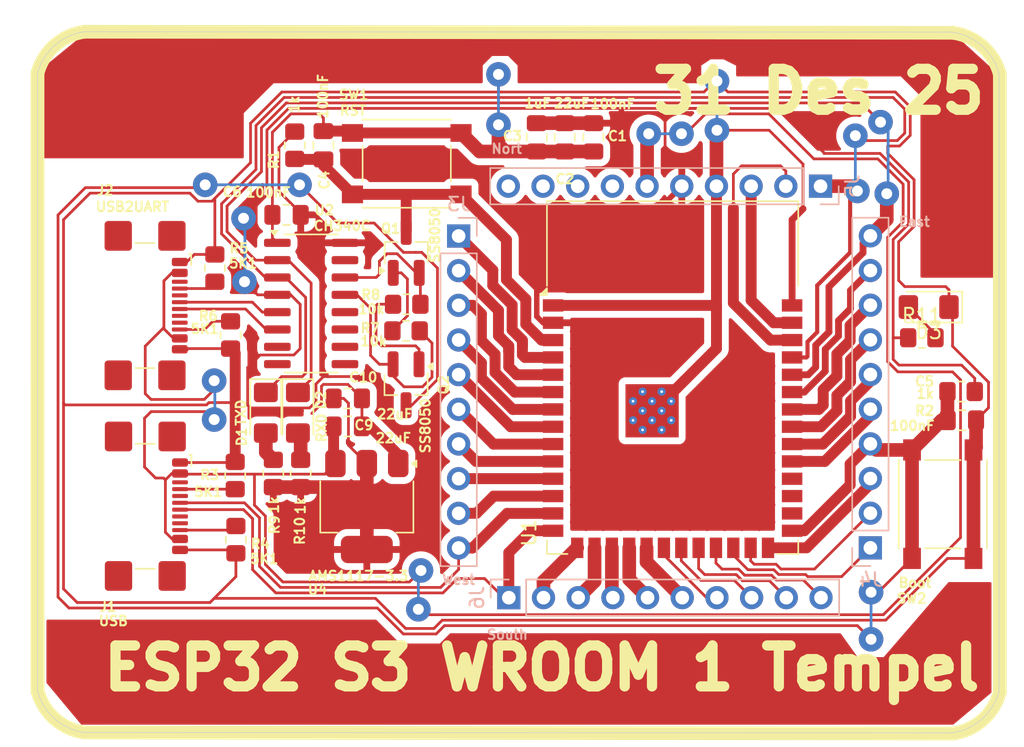
<source format=kicad_pcb>
(kicad_pcb (version 20241229) (generator "pcbnew") (generator_version "9.0")
  (layers (0 "F.Cu" signal) (2 "B.Cu" signal) (13 "F.Paste" user) (15 "B.Paste" user) (5 "F.SilkS" user "F.Silkscreen") (7 "B.SilkS" user "B.Silkscreen") (1 "F.Mask" user) (3 "B.Mask" user) (25 "Edge.Cuts" user))
  (net 0 "")
  (net 1 "+3.3V")
  (net 2 "GND")
  (net 3 "/EN")
  (net 4 "/IO0")
  (net 5 "+5V")
  (net 6 "Net-(D1-A)")
  (net 7 "/TXD0")
  (net 8 "Net-(D2-A)")
  (net 9 "/RXD0")
  (net 10 "/USB_D+")
  (net 12 "Net-(J1-CC2)")
  (net 13 "/USB_D-")
  (net 14 "Net-(J1-CC1)")
  (net 18 "Net-(J2-CC2)")
  (net 21 "Net-(U2-UD-)")
  (net 23 "Net-(U2-UD+)")
  (net 25 "Net-(J2-CC1)")
  (net 26 "/RTS")
  (net 27 "Net-(Q1-B)")
  (net 28 "Net-(Q2-B)")
  (net 29 "/DTR")
  (net 32 "/IO5")
  (net 34 "/IO8")
  (net 46 "/IO6")
  (net 47 "/IO48")
  (net 48 "/IO17")
  (net 49 "/IO7")
  (net 50 "/IO14")
  (net 51 "/IO2")
  (net 52 "/IO1")
  (net 53 "/IO21")
  (net 54 "/IO9")
  (net 55 "/IO16")
  (net 56 "/IO42")
  (net 57 "/IO4")
  (net 58 "/IO46")
  (net 59 "/IO10")
  (net 60 "/IO47")
  (net 61 "/IO11")
  (net 62 "/IO39")
  (net 63 "/IO12")
  (net 64 "/IO41")
  (net 65 "/IO15")
  (net 66 "/IO38")
  (net 67 "/IO45")
  (net 68 "/IO18")
  (net 69 "/IO40")
  (net 70 "/IO13")
  (net 71 "/IO3")
  (net 72 "Net-(D3-A)")
  (footprint "Button_Switch_SMD:SW_Push_1P1T_NO_6x6mm_H9.5mm" (layer "F.Cu") (at 149.0325 90.7425)
    (property "Reference" "SW1")
    (property "Value" "RST")
  )
  (footprint "Resistor_SMD:R_0805_2012Metric_Pad1.20x1.40mm_HandSolder" (layer "F.Cu") (at 148.9825 102.9925)
    (property "Reference" "R7")
    (property "Value" "10k")
  )
  (footprint "Capacitor_SMD:C_0805_2012Metric_Pad1.18x1.45mm_HandSolder" (layer "F.Cu") (at 160.6 88.8125 -90)
    (property "Reference" "C2")
    (property "Value" "22uF")
  )
  (footprint "LED_SMD:LED_1206_3216Metric_Pad1.42x1.75mm_HandSolder" (layer "F.Cu") (at 141.06492 108.9925 -90)
    (property "Reference" "D2")
    (property "Value" "RXD")
  )
  (footprint "Package_TO_SOT_SMD:SOT-23_Handsoldering" (layer "F.Cu") (at 148.995 97.2425 90)
    (property "Reference" "Q1")
    (property "Value" "SS8050")
  )
  (footprint "Package_SO:SOIC-16_3.9x9.9mm_P1.27mm" (layer "F.Cu") (at 142.0325 100.9875)
    (property "Reference" "U2")
    (property "Value" "CH340C")
  )
  (footprint "Button_Switch_SMD:SW_Push_1P1T_NO_6x6mm_H9.5mm" (layer "F.Cu") (at 188.2825 115.6925 -90)
    (property "Reference" "SW2")
    (property "Value" "Boot")
  )
  (footprint "Capacitor_SMD:C_0805_2012Metric_Pad1.18x1.45mm_HandSolder" (layer "F.Cu") (at 144.71492 107.942499)
    (property "Reference" "C10")
    (property "Value" "22uF")
  )
  (footprint "Capacitor_SMD:C_0805_2012Metric_Pad1.18x1.45mm_HandSolder" (layer "F.Cu") (at 158.55 88.8125 -90)
    (property "Reference" "C3")
    (property "Value" "1uF")
  )
  (footprint "LED_SMD:LED_1206_3216Metric_Pad1.42x1.75mm_HandSolder" (layer "F.Cu") (at 138.714919 108.992498 -90)
    (property "Reference" "D1")
    (property "Value" "TXD")
  )
  (footprint "RF_Module:ESP32-S3-WROOM-1" (layer "F.Cu") (at 168.5 106.39)
    (property "Reference" "U1")
    (property "Value" "ESP32-S3-WROOM-1")
  )
  (footprint "Resistor_SMD:R_0805_2012Metric_Pad1.20x1.40mm_HandSolder" (layer "F.Cu") (at 189.625 107.442499 180)
    (property "Reference" "R2")
    (property "Value" "1k")
  )
  (footprint "Package_TO_SOT_SMD:SOT-23_Handsoldering" (layer "F.Cu") (at 148.9825 106.9425 -90)
    (property "Reference" "Q2")
    (property "Value" "SS8050")
  )
  (footprint "Package_TO_SOT_SMD:SOT-223-3_TabPin2" (layer "F.Cu") (at 146.109927 115.865073 -90)
    (property "Reference" "U4")
    (property "Value" "AMS1117-3.3")
  )
  (footprint "Connector_USB:USB_C_Receptacle_GCT_USB4110" (layer "F.Cu") (at 128.7325 101.1425 -90)
    (property "Reference" "J2")
    (property "Value" "USB2UART")
  )
  (footprint "Resistor_SMD:R_0805_2012Metric_Pad1.20x1.40mm_HandSolder" (layer "F.Cu") (at 136.522498 118.292501 90)
    (property "Reference" "R4")
    (property "Value" "5K1")
  )
  (footprint "Capacitor_SMD:C_0805_2012Metric_Pad1.18x1.45mm_HandSolder" (layer "F.Cu") (at 140.2325 94.4925 180)
    (property "Reference" "C6")
    (property "Value" "100nF")
  )
  (footprint "Connector_USB:USB_C_Receptacle_GCT_USB4110" (layer "F.Cu") (at 128.752502 115.842499 -90)
    (property "Reference" "J1")
    (property "Value" "USB")
  )
  (footprint "Resistor_SMD:R_0805_2012Metric_Pad1.20x1.40mm_HandSolder" (layer "F.Cu") (at 136.1325 103.2925 90)
    (property "Reference" "R6")
    (property "Value" "5K1")
  )
  (footprint "Resistor_SMD:R_0805_2012Metric_Pad1.20x1.40mm_HandSolder" (layer "F.Cu") (at 136.4725 113.592501 -90)
    (property "Reference" "R3")
    (property "Value" "5K1")
  )
  (footprint "Capacitor_SMD:C_0805_2012Metric_Pad1.18x1.45mm_HandSolder" (layer "F.Cu") (at 144.71492 109.992499)
    (property "Reference" "C9")
    (property "Value" "22uF")
  )
  (footprint "Capacitor_SMD:C_0805_2012Metric_Pad1.18x1.45mm_HandSolder" (layer "F.Cu") (at 189.6825 109.542497)
    (property "Reference" "C5")
    (property "Value" "100nF")
  )
  (footprint "Resistor_SMD:R_0805_2012Metric_Pad1.20x1.40mm_HandSolder" (layer "F.Cu") (at 149.0325 101.0425)
    (property "Reference" "R8")
    (property "Value" "10k")
  )
  (footprint "Capacitor_SMD:C_0805_2012Metric_Pad1.18x1.45mm_HandSolder" (layer "F.Cu") (at 142.9325 89.3925 90)
    (property "Reference" "C4")
    (property "Value" "100nF")
  )
  (footprint "LED_SMD:LED_1206_3216Metric_Pad1.42x1.75mm_HandSolder" (layer "F.Cu") (at 187.25 101.25 180)
    (property "Reference" "D3")
    (property "Value" "TXD")
  )
  (footprint "Resistor_SMD:R_0805_2012Metric_Pad1.20x1.40mm_HandSolder" (layer "F.Cu") (at 141.26492 113.442499 90)
    (property "Reference" "R10")
    (property "Value" "1k")
  )
  (footprint "Resistor_SMD:R_0805_2012Metric_Pad1.20x1.40mm_HandSolder" (layer "F.Cu") (at 134.9825 98.392499 -90)
    (property "Reference" "R5")
    (property "Value" "5K1")
  )
  (footprint "Resistor_SMD:R_0805_2012Metric_Pad1.20x1.40mm_HandSolder" (layer "F.Cu") (at 139.264922 113.442498 90)
    (property "Reference" "R9")
    (property "Value" "1k")
  )
  (footprint "Resistor_SMD:R_0805_2012Metric_Pad1.20x1.40mm_HandSolder" (layer "F.Cu") (at 140.8325 89.3925 -90)
    (property "Reference" "R1")
    (property "Value" "1k")
  )
  (footprint "Capacitor_SMD:C_0805_2012Metric_Pad1.18x1.45mm_HandSolder" (layer "F.Cu") (at 162.7 88.8125 -90)
    (property "Reference" "C1")
    (property "Value" "100nF")
  )
  (footprint "Resistor_SMD:R_0805_2012Metric_Pad1.20x1.40mm_HandSolder" (layer "F.Cu") (at 186.75 103.5)
    (property "Reference" "R11")
    (property "Value" "1k")
  )
  (footprint "Connector_PinHeader_2.54mm:PinHeader_1x10_P2.54mm_Vertical" (layer "B.Cu") (at 156.5075 122.5425 -90)
    (property "Reference" "J6")
    (property "Value" "South")
  )
  (footprint "Connector_PinHeader_2.54mm:PinHeader_1x10_P2.54mm_Vertical" (layer "B.Cu") (at 179.3325 92.3925 90)
    (property "Reference" "J5")
    (property "Value" "Nort")
  )
  (footprint "Connector_PinHeader_2.54mm:PinHeader_1x10_P2.54mm_Vertical" (layer "B.Cu") (at 182.9825 118.8925)
    (property "Reference" "J4")
    (property "Value" "East")
  )
  (footprint "Connector_PinHeader_2.54mm:PinHeader_1x10_P2.54mm_Vertical" (layer "B.Cu") (at 152.8325 96.0425 180)
    (property "Reference" "J3")
    (property "Value" "West")
  )
  (gr_arc (start 125.450241 132.424399) (mid 123.261639 131.42454) (end 122.000081 129.375598) (stroke (width 0.4)) (layer "F.Cu"))
  (gr_poly (pts (xy 122.75 124.25) (xy 122.75 128.75) (xy 125.25 131.75) (xy 189.011399 131.75) (xy 191.75 129.451058) (xy 191.75 121.5) (xy 188.75 121.5) (xy 184 127) (xy 182 127) (xy 180.75 125.25) (xy 152.25 125.25) (xy 151.5 126) (xy 148.5 126) (xy 146.75 124.25)) (stroke (width 0.2)) (fill yes) (layer "F.Cu"))
  (gr_arc (start 192.461559 129.451058) (mid 191.2 131.5) (end 189.011399 132.499859) (stroke (width 0.4)) (layer "F.Cu"))
  (gr_poly (pts (xy 122.5 83.75) (xy 125.25 81.5) (xy 189.25 81.5) (xy 192 84) (xy 192 99) (xy 188.75 99) (xy 186.75 99) (xy 186.75 85.75) (xy 185.25 84.25) (xy 173.25 84.25) (xy 173.25 83.5) (xy 172.25 83) (xy 171.25 83) (xy 170.5 83.5) (xy 170.5 84.75) (xy 157.25 84.75) (xy 157.25 83.5) (xy 156.5 82.75) (xy 155.25 82.75) (xy 154.5 83.5) (xy 154.5 84.75) (xy 139.25 84.75) (xy 137 87) (xy 137 90.25) (xy 122.5 90.25)) (stroke (width 0.2)) (fill yes) (layer "F.Cu"))
  (gr_line (start 192.461558 84.201058) (end 192.461559 129.451058) (stroke (width 0.4)) (layer "F.Cu"))
  (gr_arc (start 121.999919 84.124401) (mid 123.261478 82.075459) (end 125.450079 81.0756) (stroke (width 0.4)) (layer "F.Cu"))
  (gr_arc (start 189.011398 81.152257) (mid 191.199999 82.152116) (end 192.461558 84.201058) (stroke (width 0.4)) (layer "F.Cu"))
  (gr_line (start 122.000081 129.375598) (end 121.999919 84.124401) (stroke (width 0.4)) (layer "F.Cu"))
  (gr_line (start 125.450189 81.0756) (end 189.011398 81.152257) (stroke (width 0.4)) (layer "F.Cu"))
  (gr_line (start 189.011399 132.499859) (end 125.450241 132.424398) (stroke (width 0.4)) (layer "F.Cu"))
  (gr_line (start 189.011399 132.499859) (end 125.450247 132.424399) (stroke (width 1)) (layer "F.SilkS"))
  (gr_arc (start 192.461559 129.451058) (mid 191.2 131.5) (end 189.011399 132.499859) (stroke (width 1)) (layer "F.SilkS"))
  (gr_line (start 122.000081 129.375598) (end 121.999919 84.124401) (stroke (width 1)) (layer "F.SilkS"))
  (gr_line (start 192.461558 84.201058) (end 192.461559 129.451058) (stroke (width 1)) (layer "F.SilkS"))
  (gr_arc (start 121.999919 84.124401) (mid 123.261478 82.075459) (end 125.450079 81.0756) (stroke (width 1)) (layer "F.SilkS"))
  (gr_line (start 125.450189 81.0756) (end 189.011398 81.152257) (stroke (width 1)) (layer "F.SilkS"))
  (gr_arc (start 189.011398 81.152257) (mid 191.199999 82.152116) (end 192.461558 84.201058) (stroke (width 1)) (layer "F.SilkS"))
  (gr_arc (start 125.450241 132.424399) (mid 123.261639 131.42454) (end 122.000081 129.375598) (stroke (width 1)) (layer "F.SilkS"))
  (gr_arc (start 188.949839 81.101199) (mid 191.13844 82.101058) (end 192.399999 84.15) (stroke (width 0.05)) (layer "Edge.Cuts"))
  (gr_line (start 125.450189 81.0756) (end 188.949839 81.101199) (stroke (width 0.05)) (layer "Edge.Cuts"))
  (gr_arc (start 125.450241 132.424399) (mid 123.26164 131.42454) (end 122.000081 129.375598) (stroke (width 0.05)) (layer "Edge.Cuts"))
  (gr_line (start 192.399999 84.15) (end 192.4 129.4) (stroke (width 0.05)) (layer "Edge.Cuts"))
  (gr_arc (start 121.999919 84.124401) (mid 123.261482 82.075471) (end 125.450079 81.0756) (stroke (width 0.05)) (layer "Edge.Cuts"))
  (gr_arc (start 192.4 129.4) (mid 191.138441 131.448942) (end 188.94984 132.448801) (stroke (width 0.05)) (layer "Edge.Cuts"))
  (gr_line (start 122.000081 129.375598) (end 121.999919 84.124401) (stroke (width 0.05)) (layer "Edge.Cuts"))
  (gr_line (start 188.949839 132.448801) (end 125.450241 132.424399) (stroke (width 0.05)) (layer "Edge.Cuts"))
  (gr_text "31 Des 25" (at 166.7 87.2 0) (layer "F.SilkS") (effects (font (size 3 3) (thickness 0.75) (bold yes)) (justify left bottom)))
  (gr_text "ESP32 S3 WROOM 1 Tempel" (at 126.5 129.45 0) (layer "F.SilkS") (effects (font (size 3 3) (thickness 0.75) (bold yes)) (justify left bottom)))
  (segment (start 142.75 96.86) (end 142.4325 96.5425) (width 0.2) (layer "F.Cu") (net 1))
  (segment (start 159.018 102.4) (end 158.553 101.935) (width 0.4) (layer "F.Cu") (net 1))
  (segment (start 190.625 106.469314) (end 189.655686 105.5) (width 0.2) (layer "F.Cu") (net 1))
  (segment (start 184.651 105.0839) (end 184.651 103.5) (width 0.2) (layer "F.Cu") (net 1))
  (segment (start 139.264921 114.442501) (end 139.264921 114.442501) (width 0.2) (layer "F.Cu") (net 1))
  (segment (start 141.27 94.4925) (end 141.27 94.364314) (width 0.2) (layer "F.Cu") (net 1))
  (segment (start 141.27 94.364314) (end 139.675 92.769314) (width 0.2) (layer "F.Cu") (net 1))
  (segment (start 146.109925 112.715071) (end 146.109927 119.015073) (width 0.2) (layer "F.Cu") (net 1))
  (segment (start 179.5825 89.9925) (end 179.5825 89.9425) (width 0.2) (layer "F.Cu") (net 1))
  (segment (start 147.0825 108.8325) (end 147.0825 106.8425) (width 0.2) (layer "F.Cu") (net 1))
  (segment (start 139.5575 100.3525) (end 140.532499 100.3525) (width 0.2) (layer "F.Cu") (net 1))
  (segment (start 179.5825 89.9425) (end 176.3325 86.6925) (width 0.2) (layer "F.Cu") (net 1))
  (segment (start 184.651 103.5) (end 184.651 96.2986) (width 0.2) (layer "F.Cu") (net 1))
  (segment (start 160.6 87.775) (end 162.7 87.775) (width 1) (layer "F.Cu") (net 1))
  (segment (start 150 111.75) (end 147.0825 108.8325) (width 0.2) (layer "F.Cu") (net 1))
  (segment (start 140.7625 104.7625) (end 138.3025 104.7625) (width 0.2) (layer "F.Cu") (net 1))
  (segment (start 139.264922 114.442498) (end 141.26492 114.442499) (width 1) (layer "F.Cu") (net 1))
  (segment (start 138.795 93.03) (end 138.795 88.27957) (width 0.2) (layer "F.Cu") (net 1))
  (segment (start 167.95 89.85) (end 167.95 86.6925) (width 0.2) (layer "F.Cu") (net 1))
  (segment (start 137.5825 108.6425) (end 141.916814 108.6425) (width 0.2) (layer "F.Cu") (net 1))
  (segment (start 137.0825 94.7425) (end 138.795 93.03) (width 0.2) (layer "F.Cu") (net 1))
  (segment (start 167.314998 94.25) (end 169.172501 92.392497) (width 0.4) (layer "F.Cu") (net 1))
  (segment (start 169.172501 92.392497) (end 169.172501 91.072501) (width 0.2) (layer "F.Cu") (net 1))
  (segment (start 167.95 86.6925) (end 170.9325 86.6925) (width 0.2) (layer "F.Cu") (net 1))
  (segment (start 141.2325 101.052501) (end 141.2325 104.2925) (width 0.2) (layer "F.Cu") (net 1))
  (segment (start 185.7825 92.084314) (end 183.690686 89.9925) (width 0.2) (layer "F.Cu") (net 1))
  (segment (start 141.916814 108.6425) (end 142.38992 108.169394) (width 0.2) (layer "F.Cu") (net 1))
  (segment (start 143.225 106.3425) (end 142.75 105.8675) (width 0.2) (layer "F.Cu") (net 1))
  (segment (start 140.532499 100.3525) (end 141.2325 101.052501) (width 0.2) (layer "F.Cu") (net 1))
  (segment (start 164.75 87.25) (end 164.225 87.775) (width 0.4) (layer "F.Cu") (net 1))
  (segment (start 163 86.6925) (end 170.9325 86.6925) (width 0.2) (layer "F.Cu") (net 1))
  (segment (start 147.0825 106.8425) (end 146.5825 106.3425) (width 0.2) (layer "F.Cu") (net 1))
  (segment (start 148.734927 119.015073) (end 150 117.75) (width 0.2) (layer "F.Cu") (net 1))
  (segment (start 144.414921 107.942499) (end 143.677418 107.942499) (width 0.2) (layer "F.Cu") (net 1))
  (segment (start 140.38207 86.6925) (end 163 86.6925) (width 0.2) (layer "F.Cu") (net 1))
  (segment (start 183.690686 89.9925) (end 179.5825 89.9925) (width 0.2) (layer "F.Cu") (net 1))
  (segment (start 144.764919 108.292499) (end 144.414921 107.942499) (width 0.2) (layer "F.Cu") (net 1))
  (segment (start 141.7925 96.5425) (end 142.4325 96.5425) (width 0.2) (layer "F.Cu") (net 1))
  (segment (start 142.38992 106.884232) (end 142.931652 106.3425) (width 0.2) (layer "F.Cu") (net 1))
  (segment (start 162.7 87.775) (end 164.225 87.775) (width 0.4) (layer "F.Cu") (net 1))
  (segment (start 143.3825 106.3425) (end 143.225 106.3425) (width 0.2) (layer "F.Cu") (net 1))
  (segment (start 184.651 96.2986) (end 185.7825 95.1671) (width 0.2) (layer "F.Cu") (net 1))
  (segment (start 146.109927 112.715073) (end 146.109927 114.5) (width 1) (layer "F.Cu") (net 1))
  (segment (start 141.264918 114.442497) (end 139.264921 114.442501) (width 0.2) (layer "F.Cu") (net 1))
  (segment (start 141.27 94.4925) (end 141.27 96.02) (width 0.2) (layer "F.Cu") (net 1))
  (segment (start 150 117.75) (end 150 111.75) (width 0.2) (layer "F.Cu") (net 1))
  (segment (start 137.3825 105.6825) (end 137.3825 108.4425) (width 0.2) (layer "F.Cu") (net 1))
  (segment (start 144.764919 111.370065) (end 144.764919 108.292499) (width 0.2) (layer "F.Cu") (net 1))
  (segment (start 138.795 88.27957) (end 140.38207 86.6925) (width 0.2) (layer "F.Cu") (net 1))
  (segment (start 137.154555 99.3925) (end 138.114555 100.3525) (width 0.2) (layer "F.Cu") (net 1))
  (segment (start 185.75 103.5) (end 184.651 103.5) (width 0.2) (layer "F.Cu") (net 1))
  (segment (start 142.4325 96.5425) (end 144.5075 96.5425) (width 0.2) (layer "F.Cu") (net 1))
  (segment (start 185.0671 105.5) (end 184.651 105.0839) (width 0.2) (layer "F.Cu") (net 1))
  (segment (start 158.55 87.775) (end 160.6 87.775) (width 1) (layer "F.Cu") (net 1))
  (segment (start 141.26492 114.442499) (end 146.052426 114.442499) (width 1) (layer "F.Cu") (net 1))
  (segment (start 158.553 101.935) (end 158.553 96.197) (width 0.4) (layer "F.Cu") (net 1))
  (segment (start 146.109927 119.015073) (end 148.734927 119.015073) (width 0.2) (layer "F.Cu") (net 1))
  (segment (start 142.38992 108.169394) (end 142.38992 106.884232) (width 0.2) (layer "F.Cu") (net 1))
  (segment (start 139.675 92.769314) (end 139.675 89.55) (width 0.2) (layer "F.Cu") (net 1))
  (segment (start 189.655686 105.5) (end 185.0671 105.5) (width 0.2) (layer "F.Cu") (net 1))
  (segment (start 137.3825 108.4425) (end 137.5825 108.6425) (width 0.2) (layer "F.Cu") (net 1))
  (segment (start 146.109925 112.715071) (end 144.764919 111.370065) (width 0.2) (layer "F.Cu") (net 1))
  (segment (start 146.052426 114.442499) (end 146.109927 114.5) (width 1) (layer "F.Cu") (net 1))
  (segment (start 138.114555 100.3525) (end 139.5575 100.3525) (width 0.2) (layer "F.Cu") (net 1))
  (segment (start 139.675 89.55) (end 140.8325 88.3925) (width 0.2) (layer "F.Cu") (net 1))
  (segment (start 176.3325 86.6925) (end 170.9325 86.6925) (width 0.2) (layer "F.Cu") (net 1))
  (segment (start 142.931652 106.3425) (end 143.3825 106.3425) (width 0.2) (layer "F.Cu") (net 1))
  (segment (start 185.7825 95.1671) (end 185.7825 92.084314) (width 0.2) (layer "F.Cu") (net 1))
  (segment (start 158.553 96.197) (end 160.5 94.25) (width 0.4) (layer "F.Cu") (net 1))
  (segment (start 160.5 94.25) (end 167.314998 94.25) (width 0.4) (layer "F.Cu") (net 1))
  (segment (start 164.75 87.25) (end 164.75 86.7935) (width 0.4) (layer "F.Cu") (net 1))
  (segment (start 141.2325 104.2925) (end 140.7625 104.7625) (width 0.2) (layer "F.Cu") (net 1))
  (segment (start 142.75 105.8675) (end 142.75 96.86) (width 0.2) (layer "F.Cu") (net 1))
  (segment (start 141.27 96.02) (end 141.7925 96.5425) (width 0.2) (layer "F.Cu") (net 1))
  (segment (start 146.5825 106.3425) (end 143.3825 106.3425) (width 0.2) (layer "F.Cu") (net 1))
  (segment (start 159.75 102.4) (end 159.018 102.4) (width 0.4) (layer "F.Cu") (net 1))
  (segment (start 146.109927 114.5) (end 146.109927 119.015073) (width 1) (layer "F.Cu") (net 1))
  (segment (start 138.3025 104.7625) (end 137.3825 105.6825) (width 0.2) (layer "F.Cu") (net 1))
  (segment (start 169.172501 91.072501) (end 167.95 89.85) (width 0.2) (layer "F.Cu") (net 1))
  (segment (start 190.625 107.442499) (end 190.625 106.469314) (width 0.2) (layer "F.Cu") (net 1))
  (via (at 137.0825 94.7425) (size 1.8) (drill 0.8) (layers "F.Cu" "B.Cu") (net 1))
  (via (at 137.154555 99.3925) (size 1.8) (drill 0.8) (layers "F.Cu" "B.Cu") (net 1))
  (segment (start 137.1825 94.8425) (end 137.0825 94.7425) (width 0.2) (layer "B.Cu") (net 1))
  (segment (start 137.154555 99.3925) (end 137.1825 99.364555) (width 0.2) (layer "B.Cu") (net 1))
  (segment (start 137.1825 99.364555) (end 137.1825 94.8425) (width 0.2) (layer "B.Cu") (net 1))
  (segment (start 155.75 87.8925) (end 155.75 89.35) (width 1) (layer "F.Cu") (net 2))
  (segment (start 142.9325 88.355) (end 144.92 88.355) (width 0.8) (layer "F.Cu") (net 2))
  (segment (start 177.25 101.13) (end 177.25 94.85) (width 0.5) (layer "F.Cu") (net 2))
  (segment (start 154.365 89.85) (end 156.25 89.85) (width 1) (layer "F.Cu") (net 2))
  (segment (start 134.9825 93.282057) (end 134.9825 97.392499) (width 0.2) (layer "F.Cu") (net 2))
  (segment (start 184.25 89.451) (end 184.25 89.984714) (width 0.2) (layer "F.Cu") (net 2))
  (segment (start 158.55 89.85) (end 160.6 89.85) (width 1) (layer "F.Cu") (net 2))
  (segment (start 184.25 89.984714) (end 186.1835 91.918214) (width 0.2) (layer "F.Cu") (net 2))
  (segment (start 171.75 84.6925) (end 172.549 85.4915) (width 0.2) (layer "F.Cu") (net 2))
  (segment (start 137.595 87.782513) (end 137.595 90.669557) (width 0.2) (layer "F.Cu") (net 2))
  (segment (start 188.7375 99.9875) (end 188.7375 101.25) (width 0.2) (layer "F.Cu") (net 2))
  (segment (start 155.75 84.2) (end 155.75 85.4925) (width 0.2) (layer "F.Cu") (net 2))
  (segment (start 144.92 88.355) (end 145.0575 88.4925) (width 0.8) (layer "F.Cu") (net 2))
  (segment (start 190.5325 119.6675) (end 188.623186 119.6675) (width 0.2) (layer "F.Cu") (net 2))
  (segment (start 139.5575 96.5425) (end 139.195 96.18) (width 0.2) (layer "F.Cu") (net 2))
  (segment (start 123.901 94.849) (end 125.849 92.901) (width 0.2) (layer "F.Cu") (net 2))
  (segment (start 136.522498 121.002502) (end 136.522498 119.292501) (width 0.2) (layer "F.Cu") (net 2))
  (segment (start 171.6 84.6925) (end 170.8 85.4925) (width 0.2) (layer "F.Cu") (net 2))
  (segment (start 189 104.117502) (end 191.632498 106.75) (width 0.2) (layer "F.Cu") (net 2))
  (segment (start 172.549 85.4915) (end 184.8086 85.4915) (width 0.2) (layer "F.Cu") (net 2))
  (segment (start 190.72 111.529999) (end 190.5325 111.717499) (width 0.2) (layer "F.Cu") (net 2))
  (segment (start 146.7425 122.5925) (end 134.9325 122.5925) (width 0.2) (layer "F.Cu") (net 2))
  (segment (start 133.032499 104.292502) (end 136.132499 104.292501) (width 0.2) (layer "F.Cu") (net 2))
  (segment (start 134.626 122.899) (end 134.9325 122.5925) (width 0.2) (layer "F.Cu") (net 2))
  (segment (start 136.1325 104.2925) (end 136.4725 104.6325) (width 0.8) (layer "F.Cu") (net 2))
  (segment (start 171.75 88.2925) (end 175.566814 88.2925) (width 0.2) (layer "F.Cu") (net 2))
  (segment (start 188.7375 101.25) (end 189 101.5125) (width 0.2) (layer "F.Cu") (net 2))
  (segment (start 139.885013 85.4925) (end 137.595 87.782513) (width 0.2) (layer "F.Cu") (net 2))
  (segment (start 190.719999 109.542497) (end 190.72 111.529999) (width 0.2) (layer "F.Cu") (net 2))
  (segment (start 124.019398 108.419986) (end 123.901 108.301588) (width 0.2) (layer "F.Cu") (net 2))
  (segment (start 188.623186 119.6675) (end 184.098186 124.1925) (width 0.2) (layer "F.Cu") (net 2))
  (segment (start 151.025 124.8) (end 148.95 124.8) (width 0.2) (layer "F.Cu") (net 2))
  (segment (start 136.4725 104.6325) (end 136.4725 108.25) (width 0.8) (layer "F.Cu") (net 2))
  (segment (start 186.1835 91.918214) (end 186.1835 95.3332) (width 0.2) (layer "F.Cu") (net 2))
  (segment (start 142.9325 87.3925) (end 142.9325 88.355) (width 0.2) (layer "F.Cu") (net 2))
  (segment (start 190.72 111.53) (end 190.5325 111.7175) (width 1) (layer "F.Cu") (net 2))
  (segment (start 142.78992 108.33508) (end 142.0825 109.0425) (width 0.2) (layer "F.Cu") (net 2))
  (segment (start 142.78992 107.049918) (end 142.78992 108.33508) (width 0.2) (layer "F.Cu") (net 2))
  (segment (start 185.052 96.4647) (end 185.052 99.302) (width 0.2) (layer "F.Cu") (net 2))
  (segment (start 189 101.5125) (end 189 104.117502) (width 0.2) (layer "F.Cu") (net 2))
  (segment (start 171.7125 104.2875) (end 167.15 108.85) (width 0.8) (layer "F.Cu") (net 2))
  (segment (start 145.75242 107.942499) (end 145.752419 109.9925) (width 0.2) (layer "F.Cu") (net 2))
  (segment (start 139.195 96.18) (end 139.195 94.4925) (width 0.2) (layer "F.Cu") (net 2))
  (segment (start 144.72742 106.917499) (end 142.922339 106.917499) (width 0.2) (layer "F.Cu") (net 2))
  (segment (start 133.482501 97.392499) (end 132.932498 97.942502) (width 0.2) (layer "F.Cu") (net 2))
  (segment (start 124.899 122.899) (end 134.626 122.899) (width 0.2) (layer "F.Cu") (net 2))
  (segment (start 136.272496 119.0425) (end 136.522501 119.292501) (width 0.2) (layer "F.Cu") (net 2))
  (segment (start 132.412498 104.342502) (end 132.982499 104.342501) (width 0.2) (layer "F.Cu") (net 2))
  (segment (start 134.9325 122.5925) (end 136.522498 121.002502) (width 0.2) (layer "F.Cu") (net 2))
  (segment (start 133.7435 93.4935) (end 134.771057 93.4935) (width 0.2) (layer "F.Cu") (net 2))
  (segment (start 134.771057 93.4935) (end 134.9825 93.282057) (width 0.2) (layer "F.Cu") (net 2))
  (segment (start 139.195 88.445256) (end 140.547756 87.0925) (width 0.2) (layer "F.Cu") (net 2))
  (segment (start 185.901 88.6661) (end 185.1161 89.451) (width 0.2) (layer "F.Cu") (net 2))
  (segment (start 134.372114 108.419986) (end 124.019398 108.419986) (width 0.2) (layer "F.Cu") (net 2))
  (segment (start 185.052 99.302) (end 185.5 99.75) (width 0.2) (layer "F.Cu") (net 2))
  (segment (start 175.566814 88.2925) (end 178.05 90.775686) (width 0.2) (layer "F.Cu") (net 2))
  (segment (start 132.432503 119.042503) (end 136.272496 119.0425) (width 0.2) (layer "F.Cu") (net 2))
  (segment (start 177.25 94.85) (end 178.05 94.05) (width 0.5) (layer "F.Cu") (net 2))
  (segment (start 159.75 101.13) (end 171.5925 101.13) (width 0.8) (layer "F.Cu") (net 2))
  (segment (start 190.5325 111.717498) (end 190.5325 119.667499) (width 0.2) (layer "F.Cu") (net 2))
  (segment (start 145.75242 107.942499) (end 144.72742 106.917499) (width 0.2) (layer "F.Cu") (net 2))
  (segment (start 133.151 92.901) (end 133.7435 93.4935) (width 0.2) (layer "F.Cu") (net 2))
  (segment (start 134.5421 108.25) (end 134.372114 108.419986) (width 0.2) (layer "F.Cu") (net 2))
  (segment (start 162.7 89.85) (end 160.6 89.85) (width 1) (layer "F.Cu") (net 2))
  (segment (start 184.8086 85.4915) (end 185.901 86.5839) (width 0.2) (layer "F.Cu") (net 2))
  (segment (start 132.982499 104.342501) (end 133.032499 104.292502) (width 0.2) (layer "F.Cu") (net 2))
  (segment (start 178.05 90.775686) (end 178.05 94.05) (width 0.2) (layer "F.Cu") (net 2))
  (segment (start 137.595 90.669557) (end 134.9825 93.282057) (width 0.2) (layer "F.Cu") (net 2))
  (segment (start 123.901 108.301588) (end 123.901 94.849) (width 0.2) (layer "F.Cu") (net 2))
  (segment (start 190.5325 111.7175) (end 190.5325 119.6675) (width 1) (layer "F.Cu") (net 2))
  (segment (start 184.098186 124.1925) (end 151.6325 124.1925) (width 0.2) (layer "F.Cu") (net 2))
  (segment (start 145.752419 109.9925) (end 145.75242 110.057566) (width 0.2) (layer "F.Cu") (net 2))
  (segment (start 191.632498 108.629999) (end 190.72 109.542497) (width 0.2) (layer "F.Cu") (net 2))
  (segment (start 171.7125 92.3925) (end 171.7125 88.33) (width 1) (layer "F.Cu") (net 2))
  (segment (start 155.75 89.35) (end 156.25 89.85) (width 1) (layer "F.Cu") (net 2))
  (segment (start 190.72 109.542497) (end 190.72 111.53) (width 1) (layer "F.Cu") (net 2))
  (segment (start 171.7125 88.33) (end 171.75 88.2925) (width 1) (layer "F.Cu") (net 2))
  (segment (start 123.901 121.901) (end 124.899 122.899) (width 0.2) (layer "F.Cu") (net 2))
  (segment (start 186.1835 95.3332) (end 185.052 96.4647) (width 0.2) (layer "F.Cu") (net 2))
  (segment (start 171.7125 92.3925) (end 171.7125 101.25) (width 0.8) (layer "F.Cu") (net 2))
  (segment (start 136.4725 108.25) (end 134.5421 108.25) (width 0.2) (layer "F.Cu") (net 2))
  (segment (start 188.5 99.75) (end 188.7375 99.9875) (width 0.2) (layer "F.Cu") (net 2))
  (segment (start 185.901 86.5839) (end 185.901 88.6661) (width 0.2) (layer "F.Cu") (net 2))
  (segment (start 151.6325 124.1925) (end 151.025 124.8) (width 0.2) (layer "F.Cu") (net 2))
  (segment (start 170.8 85.4925) (end 156 85.4925) (width 0.2) (layer "F.Cu") (net 2))
  (segment (start 132.4325 112.642498) (end 136.422501 112.642497) (width 0.2) (layer "F.Cu") (net 2))
  (segment (start 148.409927 112.062506) (end 148.409927 112.715076) (width 0.8) (layer "F.Cu") (net 2))
  (segment (start 134.9825 97.392499) (end 133.482501 97.392499) (width 0.2) (layer "F.Cu") (net 2))
  (segment (start 185.1161 89.451) (end 184.25 89.451) (width 0.2) (layer "F.Cu") (net 2))
  (segment (start 132.932498 97.942502) (end 132.412499 97.942502) (width 0.2) (layer "F.Cu") (net 2))
  (segment (start 142.6325 87.0925) (end 142.9325 87.3925) (width 0.2) (layer "F.Cu") (net 2))
  (segment (start 123.901 108.301588) (end 123.901 121.901) (width 0.2) (layer "F.Cu") (net 2))
  (segment (start 185.5 99.75) (end 188.5 99.75) (width 0.2) (layer "F.Cu") (net 2))
  (segment (start 191.632498 106.75) (end 191.632498 108.629999) (width 0.2) (layer "F.Cu") (net 2))
  (segment (start 142.922339 106.917499) (end 142.78992 107.049918) (width 0.2) (layer "F.Cu") (net 2))
  (segment (start 145.0575 88.4925) (end 153.0075 88.4925) (width 0.8) (layer "F.Cu") (net 2))
  (segment (start 146.33992 109.992499) (end 148.409927 112.062506) (width 0.8) (layer "F.Cu") (net 2))
  (segment (start 153.0075 88.4925) (end 154.365 89.85) (width 1) (layer "F.Cu") (net 2))
  (segment (start 190.719999 111.529998) (end 190.5325 111.717498) (width 0.2) (layer "F.Cu") (net 2))
  (segment (start 171.75 84.6925) (end 171.6 84.6925) (width 0.2) (layer "F.Cu") (net 2))
  (segment (start 167.15 108.85) (end 167 108.85) (width 0.8) (layer "F.Cu") (net 2))
  (segment (start 140.547756 87.0925) (end 142.6325 87.0925) (width 0.2) (layer "F.Cu") (net 2))
  (segment (start 171.5925 101.13) (end 171.7125 101.25) (width 0.8) (layer "F.Cu") (net 2))
  (segment (start 136.1325 112.252501) (end 136.4725 112.592501) (width 0.2) (layer "F.Cu") (net 2))
  (segment (start 156 85.4925) (end 139.885013 85.4925) (width 0.2) (layer "F.Cu") (net 2))
  (segment (start 136.4725 108.25) (end 136.4725 112.592501) (width 0.8) (layer "F.Cu") (net 2))
  (segment (start 171.7125 101.25) (end 171.7125 104.2875) (width 0.8) (layer "F.Cu") (net 2))
  (segment (start 136.422501 112.642497) (end 136.4725 112.592501) (width 0.2) (layer "F.Cu") (net 2))
  (segment (start 125.849 92.901) (end 133.151 92.901) (width 0.2) (layer "F.Cu") (net 2))
  (segment (start 148.95 124.8) (end 146.7425 122.5925) (width 0.2) (layer "F.Cu") (net 2))
  (segment (start 156.25 89.85) (end 158.55 89.85) (width 1) (layer "F.Cu") (net 2))
  (segment (start 139.195 94.4925) (end 139.195 88.445256) (width 0.2) (layer "F.Cu") (net 2))
  (segment (start 145.75242 109.992499) (end 146.33992 109.992499) (width 0.8) (layer "F.Cu") (net 2))
  (via (at 171.75 84.6925) (size 1.8) (drill 0.8) (layers "F.Cu" "B.Cu") (net 2))
  (via (at 171.75 88.2925) (size 1.8) (drill 0.8) (layers "F.Cu" "B.Cu") (net 2))
  (via (at 155.75 84.2) (size 1.8) (drill 0.8) (layers "F.Cu" "B.Cu") (net 2))
  (via (at 155.75 87.8925) (size 1.8) (drill 0.8) (layers "F.Cu" "B.Cu") (net 2))
  (segment (start 155.75 87.8925) (end 155.75 84.2) (width 0.2) (layer "B.Cu") (net 2))
  (segment (start 171.75 84.6925) (end 171.75 88.2925) (width 0.2) (layer "B.Cu") (net 2))
  (segment (start 145.0575 92.9925) (end 153.0075 92.9925) (width 0.8) (layer "F.Cu") (net 3))
  (segment (start 142.9325 90.8675) (end 145.0575 92.9925) (width 0.8) (layer "F.Cu") (net 3))
  (segment (start 157.752 102.512744) (end 157.752 100.670744) (width 0.8) (layer "F.Cu") (net 3))
  (segment (start 159.75 103.67) (end 158.909256 103.67) (width 0.8) (layer "F.Cu") (net 3))
  (segment (start 156.333814 96.318814) (end 153.0075 92.9925) (width 0.8) (layer "F.Cu") (net 3))
  (segment (start 145.0575 92.9925) (end 148.9825 92.9925) (width 0.2) (layer "F.Cu") (net 3))
  (segment (start 142.9325 90.43) (end 142.9325 90.8675) (width 0.8) (layer "F.Cu") (net 3))
  (segment (start 148.995 93.005) (end 148.995 95.7425) (width 0.8) (layer "F.Cu") (net 3))
  (segment (start 148.995 93.005) (end 148.9825 92.9925) (width 0.2) (layer "F.Cu") (net 3))
  (segment (start 140.87 90.43) (end 140.8325 90.3925) (width 0.8) (layer "F.Cu") (net 3))
  (segment (start 148.9825 92.9925) (end 153.0075 92.9925) (width 0.2) (layer "F.Cu") (net 3))
  (segment (start 158.909256 103.67) (end 157.752 102.512744) (width 0.8) (layer "F.Cu") (net 3))
  (segment (start 153.0075 92.9925) (end 153.0075 93.3325) (width 0.2) (layer "F.Cu") (net 3))
  (segment (start 156.333814 99.252558) (end 156.333814 96.318814) (width 0.8) (layer "F.Cu") (net 3))
  (segment (start 157.752 100.670744) (end 156.333814 99.252558) (width 0.8) (layer "F.Cu") (net 3))
  (segment (start 142.9325 90.43) (end 140.87 90.43) (width 0.8) (layer "F.Cu") (net 3))
  (segment (start 186.0325 111.717499) (end 186.469997 111.717499) (width 0.2) (layer "F.Cu") (net 4))
  (segment (start 188.207503 109.542497) (end 186.0325 111.7175) (width 1) (layer "F.Cu") (net 4))
  (segment (start 183.5575 122.1425) (end 186.0325 119.6675) (width 0.2) (layer "F.Cu") (net 4))
  (segment (start 177.25 117.64) (end 178.14 117.64) (width 0.8) (layer "F.Cu") (net 4))
  (segment (start 146.884314 123.3) (end 148.784314 125.2) (width 0.2) (layer "F.Cu") (net 4))
  (segment (start 188.625 107.549997) (end 188.732498 107.442499) (width 0.2) (layer "F.Cu") (net 4))
  (segment (start 186.032498 111.7175) (end 186.0325 119.667502) (width 0.2) (layer "F.Cu") (net 4))
  (segment (start 151.2825 98.3925) (end 150.1325 97.2425) (width 0.2) (layer "F.Cu") (net 4))
  (segment (start 123.5 94.5) (end 123.5 122.5) (width 0.2) (layer "F.Cu") (net 4))
  (segment (start 186.469997 111.717499) (end 188.625 109.562496) (width 0.2) (layer "F.Cu") (net 4))
  (segment (start 151.798186 124.5925) (end 182.0325 124.5925) (width 0.2) (layer "F.Cu") (net 4))
  (segment (start 146.648186 95.0925) (end 144.0825 95.0925) (width 0.2) (layer "F.Cu") (net 4))
  (segment (start 178.14 117.64) (end 181.5 114.28) (width 0.8) (layer "F.Cu") (net 4))
  (segment (start 186.0325 119.6675) (end 186.0325 111.7175) (width 1) (layer "F.Cu") (net 4))
  (segment (start 188.625 109.522497) (end 188.645 109.542497) (width 1) (layer "F.Cu") (net 4))
  (segment (start 188.625 109.562496) (end 188.625 107.549997) (width 0.2) (layer "F.Cu") (net 4))
  (segment (start 186.0325 119.6675) (end 186.0325 120.307501) (width 0.2) (layer "F.Cu") (net 4))
  (segment (start 182.0325 124.5925) (end 183.0325 125.5925) (width 0.2) (layer "F.Cu") (net 4))
  (segment (start 150.1325 97.2425) (end 149.6825 97.2425) (width 0.2) (layer "F.Cu") (net 4))
  (segment (start 149.398186 108.4425) (end 151.2825 106.558186) (width 0.2) (layer "F.Cu") (net 4))
  (segment (start 188.645 109.542497) (end 188.207503 109.542497) (width 1) (layer "F.Cu") (net 4))
  (segment (start 149.6825 97.2425) (end 148.798186 97.2425) (width 0.2) (layer "F.Cu") (net 4))
  (segment (start 181.5 114.28) (end 181.5 112.755) (width 0.8) (layer "F.Cu") (net 4))
  (segment (start 188.625 107.442499) (end 188.625 109.522497) (width 1) (layer "F.Cu") (net 4))
  (segment (start 151.190686 125.2) (end 151.798186 124.5925) (width 0.2) (layer "F.Cu") (net 4))
  (segment (start 123.5 122.5) (end 124.3 123.3) (width 0.2) (layer "F.Cu") (net 4))
  (segment (start 183.4275 111.7175) (end 182.9825 111.2725) (width 1) (layer "F.Cu") (net 4))
  (segment (start 125.5 92.5) (end 123.5 94.5) (width 0.2) (layer "F.Cu") (net 4))
  (segment (start 134.275 92.5) (end 125.5 92.5) (width 0.2) (layer "F.Cu") (net 4))
  (segment (start 143.9825 95.0925) (end 141.1825 92.2925) (width 0.2) (layer "F.Cu") (net 4))
  (segment (start 148.9825 108.4425) (end 149.398186 108.4425) (width 0.2) (layer "F.Cu") (net 4))
  (segment (start 181.5 112.755) (end 182.9825 111.2725) (width 0.8) (layer "F.Cu") (net 4))
  (segment (start 151.2825 106.558186) (end 151.2825 98.3925) (width 0.2) (layer "F.Cu") (net 4))
  (segment (start 186.0325 111.7175) (end 183.4275 111.7175) (width 1) (layer "F.Cu") (net 4))
  (segment (start 148.798186 97.2425) (end 146.648186 95.0925) (width 0.2) (layer "F.Cu") (net 4))
  (segment (start 148.784314 125.2) (end 151.190686 125.2) (width 0.2) (layer "F.Cu") (net 4))
  (segment (start 124.3 123.3) (end 146.884314 123.3) (width 0.2) (layer "F.Cu") (net 4))
  (segment (start 134.275 92.2925) (end 134.275 92.5) (width 0.2) (layer "F.Cu") (net 4))
  (segment (start 144.0825 95.0925) (end 143.9825 95.0925) (width 0.2) (layer "F.Cu") (net 4))
  (via (at 183.0325 125.5925) (size 1.8) (drill 0.8) (layers "F.Cu" "B.Cu") (net 4))
  (via (at 141.1825 92.2925) (size 1.8) (drill 0.8) (layers "F.Cu" "B.Cu") (net 4))
  (via (at 134.275 92.2925) (size 1.8) (drill 0.8) (layers "F.Cu" "B.Cu") (net 4))
  (via (at 183.0325 122.1425) (size 1.8) (drill 0.8) (layers "F.Cu" "B.Cu") (net 4))
  (segment (start 183.0325 125.5925) (end 183.0325 122.1425) (width 0.2) (layer "B.Cu") (net 4))
  (segment (start 134.275 92.2925) (end 141.1825 92.2925) (width 0.2) (layer "B.Cu") (net 4))
  (segment (start 131.206293 102.793707) (end 131.955087 103.542501) (width 0.2) (layer "F.Cu") (net 5))
  (segment (start 129.8325 112.967502) (end 129.8325 109.3925) (width 0.2) (layer "F.Cu") (net 5))
  (segment (start 185.3825 92.25) (end 183.525 90.3925) (width 0.2) (layer "F.Cu") (net 5))
  (segment (start 134.206014 108.018986) (end 130.308986 108.018986) (width 0.2) (layer "F.Cu") (net 5))
  (segment (start 130.639999 113.775001) (end 129.8325 112.967502) (width 0.2) (layer "F.Cu") (net 5))
  (segment (start 149.2325 121.3925) (end 150.075 120.55) (width 0.2) (layer "F.Cu") (net 5))
  (segment (start 134.9325 106.6425) (end 134.9325 107.2925) (width 0.2) (layer "F.Cu") (net 5))
  (segment (start 138.685686 116.564314) (end 138.685686 120.118586) (width 0.2) (layer "F.Cu") (net 5))
  (segment (start 184.25 105.25) (end 184.25 96.1325) (width 0.2) (layer "F.Cu") (net 5))
  (segment (start 169.45 88.55) (end 169.15 88.55) (width 0.2) (layer "F.Cu") (net 5))
  (segment (start 137.8825 115.761128) (end 138.685686 116.564314) (width 0.2) (layer "F.Cu") (net 5))
  (segment (start 134.9325 107.2925) (end 134.206014 108.018986) (width 0.2) (layer "F.Cu") (net 5))
  (segment (start 130.308986 108.018986) (end 129.886192 107.596192) (width 0.2) (layer "F.Cu") (net 5))
  (segment (start 143.512872 121.3915) (end 143.513872 121.3925) (width 0.2) (layer "F.Cu") (net 5))
  (segment (start 183.9325 123.7925) (end 189.5825 118.1425) (width 0.2) (layer "F.Cu") (net 5))
  (segment (start 131.25 102.75) (end 131.206293 102.793707) (width 0.2) (layer "F.Cu") (net 5))
  (segment (start 129.886192 104.113808) (end 131.206293 102.793707) (width 0.2) (layer "F.Cu") (net 5))
  (segment (start 185 106) (end 184.25 105.25) (width 0.2) (layer "F.Cu") (net 5))
  (segment (start 166.632501 92.3925) (end 166.632501 88.667499) (width 1) (layer "F.Cu") (net 5))
  (segment (start 131.25 99.330001) (end 131.25 102.75) (width 0.2) (layer "F.Cu") (net 5))
  (segment (start 139.9586 121.3915) (end 143.512872 121.3915) (width 0.2) (layer "F.Cu") (net 5))
  (segment (start 129.8325 109.3925) (end 130.314674 108.910326) (width 0.2) (layer "F.Cu") (net 5))
  (segment (start 132.412501 98.742499) (end 131.837502 98.742499) (width 0.2) (layer "F.Cu") (net 5))
  (segment (start 129.886192 107.596192) (end 129.886192 104.113808) (width 0.2) (layer "F.Cu") (net 5))
  (segment (start 131.832503 113.442498) (end 131.361057 113.913944) (width 0.2) (layer "F.Cu") (net 5))
  (segment (start 131.361057 117.746055) (end 131.857502 118.2425) (width 0.2) (layer "F.Cu") (net 5))
  (segment (start 143.67742 109.992499) (end 143.67742 112.58256) (width 0.8) (layer "F.Cu") (net 5))
  (segment (start 131.222114 113.775001) (end 130.639999 113.775001) (width 0.2) (layer "F.Cu") (net 5))
  (segment (start 132.432503 113.442498) (end 132.482506 113.492501) (width 0.2) (layer "F.Cu") (net 5))
  (segment (start 189.5825 106.5825) (end 189 106) (width 0.2) (layer "F.Cu") (net 5))
  (segment (start 137.8825 113.492501) (end 143.032499 113.492501) (width 0.2) (layer "F.Cu") (net 5))
  (segment (start 170.9075 87.0925) (end 169.45 88.55) (width 0.2) (layer "F.Cu") (net 5))
  (segment (start 131.857502 118.2425) (end 132.432501 118.2425) (width 0.2) (layer "F.Cu") (net 5))
  (segment (start 137.8825 113.492501) (end 137.8825 115.761128) (width 0.2) (layer "F.Cu") (net 5))
  (segment (start 131.361057 113.913944) (end 131.222114 113.775001) (width 0.2) (layer "F.Cu") (net 5))
  (segment (start 143.513872 121.3925) (end 149.2325 121.3925) (width 0.2) (layer "F.Cu") (net 5))
  (segment (start 130.314674 108.910326) (end 134.350326 108.910326) (width 0.2) (layer "F.Cu") (net 5))
  (segment (start 150.2825 123.7925) (end 183.9325 123.7925) (width 0.2) (layer "F.Cu") (net 5))
  (segment (start 143.032499 113.492501) (end 143.80993 112.71507) (width 0.2) (layer "F.Cu") (net 5))
  (segment (start 175.5425 87.0925) (end 170.9075 87.0925) (width 0.2) (layer "F.Cu") (net 5))
  (segment (start 132.482506 113.492501) (end 137.8825 113.492501) (width 0.2) (layer "F.Cu") (net 5))
  (segment (start 184.25 96.1325) (end 185.3825 95) (width 0.2) (layer "F.Cu") (net 5))
  (segment (start 189 106) (end 185 106) (width 0.2) (layer "F.Cu") (net 5))
  (segment (start 131.955087 103.542501) (end 132.412499 103.542501) (width 0.2) (layer "F.Cu") (net 5))
  (segment (start 131.837502 98.742499) (end 131.25 99.330001) (width 0.2) (layer "F.Cu") (net 5))
  (segment (start 131.361057 113.913944) (end 131.361057 117.746055) (width 0.2) (layer "F.Cu") (net 5))
  (segment (start 149.8825 123.3925) (end 150.2825 123.7925) (width 0.2) (layer "F.Cu") (net 5))
  (segment (start 143.677418 109.992499) (end 143.67742 112.582564) (width 0.2) (layer "F.Cu") (net 5))
  (segment (start 185.3825 95) (end 185.3825 92.25) (width 0.2) (layer "F.Cu") (net 5))
  (segment (start 134.350326 108.910326) (end 134.9325 109.4925) (width 0.2) (layer "F.Cu") (net 5))
  (segment (start 132.432503 113.442498) (end 131.832503 113.442498) (width 0.2) (layer "F.Cu") (net 5))
  (segment (start 183.525 90.3925) (end 178.8425 90.3925) (width 0.2) (layer "F.Cu") (net 5))
  (segment (start 178.8425 90.3925) (end 175.5425 87.0925) (width 0.2) (layer "F.Cu") (net 5))
  (segment (start 143.67742 112.58256) (end 143.80993 112.71507) (width 0.8) (layer "F.Cu") (net 5))
  (segment (start 166.632501 88.667499) (end 166.75 88.55) (width 1) (layer "F.Cu") (net 5))
  (segment (start 138.685686 120.118586) (end 139.9586 121.3915) (width 0.2) (layer "F.Cu") (net 5))
  (segment (start 143.67742 112.582564) (end 143.809927 112.71507) (width 0.2) (layer "F.Cu") (net 5))
  (segment (start 189.5825 118.1425) (end 189.5825 106.5825) (width 0.2) (layer "F.Cu") (net 5))
  (via (at 166.75 88.55) (size 1.8) (drill 0.8) (layers "F.Cu" "B.Cu") (net 5))
  (via (at 150.075 120.55) (size 1.8) (drill 0.8) (layers "F.Cu" "B.Cu") (net 5))
  (via (at 169.15 88.55) (size 1.8) (drill 0.8) (layers "F.Cu" "B.Cu") (net 5))
  (via (at 134.9325 109.4925) (size 1.8) (drill 0.8) (layers "F.Cu" "B.Cu") (net 5))
  (via (at 134.9325 106.6425) (size 1.8) (drill 0.8) (layers "F.Cu" "B.Cu") (net 5))
  (via (at 149.8825 123.3925) (size 1.8) (drill 0.8) (layers "F.Cu" "B.Cu") (net 5))
  (segment (start 134.9325 109.4925) (end 134.9825 109.4425) (width 0.2) (layer "B.Cu") (net 5))
  (segment (start 149.8825 120.7425) (end 149.8825 123.3925) (width 0.2) (layer "B.Cu") (net 5))
  (segment (start 134.9825 109.4425) (end 134.9825 106.6925) (width 0.2) (layer "B.Cu") (net 5))
  (segment (start 134.9825 106.6925) (end 134.9325 106.6425) (width 0.2) (layer "B.Cu") (net 5))
  (segment (start 166.75 88.55) (end 169.15 88.55) (width 0.2) (layer "B.Cu") (net 5))
  (segment (start 150.075 120.55) (end 149.8825 120.7425) (width 0.2) (layer "B.Cu") (net 5))
  (segment (start 138.714918 110.479998) (end 138.714918 111.892494) (width 1) (layer "F.Cu") (net 6))
  (segment (start 138.714921 110.479998) (end 138.714921 111.892498) (width 0.2) (layer "F.Cu") (net 6))
  (segment (start 138.714921 111.892498) (end 139.264922 112.442498) (width 0.2) (layer "F.Cu") (net 6))
  (segment (start 138.714918 111.892494) (end 139.264922 112.442498) (width 1) (layer "F.Cu") (net 6))
  (segment (start 139.875525 106.344393) (end 141.380607 106.344393) (width 0.2) (layer "F.Cu") (net 7))
  (segment (start 138.6725 99.0825) (end 135.475 95.885) (width 0.2) (layer "F.Cu") (net 7))
  (segment (start 185.5 86.75) (end 185.5 88.5) (width 0.2) (layer "F.Cu") (net 7))
  (segment (start 138.71492 107.504998) (end 139.875525 106.344393) (width 0.2) (layer "F.Cu") (net 7))
  (segment (start 181.5 97.25) (end 181.5 93.275) (width 0.3) (layer "F.Cu") (net 7))
  (segment (start 135.475 93.684314) (end 137.995 91.164314) (width 0.2) (layer "F.Cu") (net 7))
  (segment (start 179.087285 103.087285) (end 179.087285 99.662715) (width 0.3) (layer "F.Cu") (net 7))
  (segment (start 181.6825 92.3925) (end 182.0325 92.7425) (width 1) (layer "F.Cu") (net 7))
  (segment (start 137.995 87.948198) (end 140.050698 85.8925) (width 0.2) (layer "F.Cu") (net 7))
  (segment (start 141.380607 106.344393) (end 141.6325 106.0925) (width 0.2) (layer "F.Cu") (net 7))
  (segment (start 177.25 104.94) (end 178.3 104.94) (width 0.3) (layer "F.Cu") (net 7))
  (segment (start 184.6425 85.8925) (end 185.5 86.75) (width 0.2) (layer "F.Cu") (net 7))
  (segment (start 141.6325 100.5425) (end 140.1725 99.0825) (width 0.2) (layer "F.Cu") (net 7))
  (segment (start 140.050698 85.8925) (end 184.6425 85.8925) (width 0.2) (layer "F.Cu") (net 7))
  (segment (start 141.6325 106.0925) (end 141.6325 100.5425) (width 0.2) (layer "F.Cu") (net 7))
  (segment (start 181.5 93.275) (end 182.0325 92.7425) (width 0.3) (layer "F.Cu") (net 7))
  (segment (start 185.5 88.5) (end 184.95 89.05) (width 0.2) (layer "F.Cu") (net 7))
  (segment (start 179.087285 99.662715) (end 181.5 97.25) (width 0.3) (layer "F.Cu") (net 7))
  (segment (start 182.24 89.05) (end 181.8825 88.6925) (width 0.2) (layer "F.Cu") (net 7))
  (segment (start 179.3325 92.3925) (end 181.6825 92.3925) (width 1) (layer "F.Cu") (net 7))
  (segment (start 178.3 104.94) (end 178.3775 104.8625) (width 0.3) (layer "F.Cu") (net 7))
  (segment (start 135.475 95.885) (end 135.475 93.684314) (width 0.2) (layer "F.Cu") (net 7))
  (segment (start 140.1725 99.0825) (end 139.5575 99.0825) (width 0.2) (layer "F.Cu") (net 7))
  (segment (start 139.5575 99.0825) (end 138.6725 99.0825) (width 0.2) (layer "F.Cu") (net 7))
  (segment (start 178.3775 104.8625) (end 178.3775 103.79707) (width 0.3) (layer "F.Cu") (net 7))
  (segment (start 184.95 89.05) (end 182.24 89.05) (width 0.2) (layer "F.Cu") (net 7))
  (segment (start 178.3775 103.79707) (end 179.087285 103.087285) (width 0.3) (layer "F.Cu") (net 7))
  (segment (start 137.995 91.164314) (end 137.995 87.948198) (width 0.2) (layer "F.Cu") (net 7))
  (via (at 182.0325 92.7425) (size 1.8) (drill 0.8) (layers "F.Cu" "B.Cu") (net 7))
  (via (at 181.8825 88.6925) (size 1.8) (drill 0.8) (layers "F.Cu" "B.Cu") (net 7))
  (segment (start 182.0325 92.7425) (end 181.8825 92.5925) (width 0.2) (layer "B.Cu") (net 7))
  (segment (start 181.8825 92.5925) (end 181.8825 88.6925) (width 0.2) (layer "B.Cu") (net 7))
  (segment (start 141.26492 110.680001) (end 141.064919 110.48) (width 1) (layer "F.Cu") (net 8))
  (segment (start 141.264918 112.4425) (end 141.26492 110.68) (width 0.2) (layer "F.Cu") (net 8))
  (segment (start 141.26492 112.442499) (end 141.26492 110.680001) (width 1) (layer "F.Cu") (net 8))
  (segment (start 141.26492 110.68) (end 141.06492 110.480001) (width 0.2) (layer "F.Cu") (net 8))
  (segment (start 138.395 88.113884) (end 138.395 91.33) (width 0.2) (layer "F.Cu") (net 9))
  (segment (start 182.942498 96.032502) (end 182.9825 96.032502) (width 0.2) (layer "F.Cu") (net 9))
  (segment (start 182.3175 86.2925) (end 140.216384 86.2925) (width 0.2) (layer "F.Cu") (net 9))
  (segment (start 182.443608 97.2715) (end 182.443608 96.571394) (width 0.5) (layer "F.Cu") (net 9))
  (segment (start 138.395 91.33) (end 135.875 93.85) (width 0.2) (layer "F.Cu") (net 9))
  (segment (start 177.25 106.21) (end 178.426864 106.21) (width 0.5) (layer "F.Cu") (net 9))
  (segment (start 179.948 99.767108) (end 182.443608 97.2715) (width 0.5) (layer "F.Cu") (net 9))
  (segment (start 140.3525 97.8125) (end 139.5575 97.8125) (width 0.2) (layer "F.Cu") (net 9))
  (segment (start 141.064921 107.505) (end 142.0325 106.537421) (width 0.2) (layer "F.Cu") (net 9))
  (segment (start 135.875 93.85) (end 135.875 95.719314) (width 0.2) (layer "F.Cu") (net 9))
  (segment (start 184.1825 92.9425) (end 184.1825 94.832502) (width 1) (layer "F.Cu") (net 9))
  (segment (start 140.216384 86.2925) (end 138.395 88.113884) (width 0.2) (layer "F.Cu") (net 9))
  (segment (start 183.725 87.7) (end 182.3175 86.2925) (width 0.2) (layer "F.Cu") (net 9))
  (segment (start 137.968186 97.8125) (end 139.5575 97.8125) (width 0.2) (layer "F.Cu") (net 9))
  (segment (start 179.948 103.076512) (end 179.948 99.767108) (width 0.5) (layer "F.Cu") (net 9))
  (segment (start 142.0325 99.4925) (end 140.3525 97.8125) (width 0.2) (layer "F.Cu") (net 9))
  (segment (start 178.9785 105.658364) (end 178.9785 104.046012) (width 0.5) (layer "F.Cu") (net 9))
  (segment (start 142.0325 106.537421) (end 142.0325 99.4925) (width 0.2) (layer "F.Cu") (net 9))
  (segment (start 178.9785 104.046012) (end 179.948 103.076512) (width 0.5) (layer "F.Cu") (net 9))
  (segment (start 135.875 95.719314) (end 137.968186 97.8125) (width 0.2) (layer "F.Cu") (net 9))
  (segment (start 182.443608 96.571394) (end 182.9825 96.032502) (width 0.5) (layer "F.Cu") (net 9))
  (segment (start 184.1825 94.832502) (end 182.9825 96.032502) (width 1) (layer "F.Cu") (net 9))
  (segment (start 178.426864 106.21) (end 178.9785 105.658364) (width 0.5) (layer "F.Cu") (net 9))
  (via (at 183.725 87.7) (size 1.8) (drill 0.8) (layers "F.Cu" "B.Cu") (net 9))
  (via (at 184.1825 92.9425) (size 1.8) (drill 0.8) (layers "F.Cu" "B.Cu") (net 9))
  (segment (start 184.2825 88.2575) (end 184.2825 92.8425) (width 0.2) (layer "B.Cu") (net 9))
  (segment (start 184.2825 92.8425) (end 184.1825 92.9425) (width 0.2) (layer "B.Cu") (net 9))
  (segment (start 183.725 87.7) (end 184.2825 88.2575) (width 0.2) (layer "B.Cu") (net 9))
  (segment (start 137.745 120.495) (end 139.4425 122.1925) (width 0.2) (layer "F.Cu") (net 10))
  (segment (start 137.082498 116.092498) (end 137.745 116.755) (width 0.2) (layer "F.Cu") (net 10))
  (segment (start 137.745 116.755) (end 137.745 120.495) (width 0.2) (layer "F.Cu") (net 10))
  (segment (start 156.5075 122.5425) (end 156.5075 119.2425) (width 0.8) (layer "F.Cu") (net 10))
  (segment (start 154.7325 121.1425) (end 156.1325 122.5425) (width 0.2) (layer "F.Cu") (net 10))
  (segment (start 139.4425 122.1925) (end 151.6825 122.1925) (width 0.2) (layer "F.Cu") (net 10))
  (segment (start 156.5075 119.2425) (end 158.11 117.64) (width 0.8) (layer "F.Cu") (net 10))
  (segment (start 152.7325 121.1425) (end 154.7325 121.1425) (width 0.2) (layer "F.Cu") (net 10))
  (segment (start 158.11 117.64) (end 159.75 117.64) (width 0.8) (layer "F.Cu") (net 10))
  (segment (start 132.432504 116.092498) (end 137.082498 116.092498) (width 0.2) (layer "F.Cu") (net 10))
  (segment (start 151.6825 122.1925) (end 152.7325 121.1425) (width 0.2) (layer "F.Cu") (net 10))
  (segment (start 132.432499 117.592499) (end 136.222499 117.592499) (width 0.2) (layer "F.Cu") (net 12))
  (segment (start 136.222499 117.592499) (end 136.522499 117.292501) (width 0.2) (layer "F.Cu") (net 12))
  (segment (start 152.8325 120.476814) (end 152.8325 118.9025) (width 0.2) (layer "F.Cu") (net 13))
  (segment (start 152.8325 118.9025) (end 153.8475 118.9025) (width 0.8) (layer "F.Cu") (net 13))
  (segment (start 142.001 121.7925) (end 151.516814 121.7925) (width 0.2) (layer "F.Cu") (net 13))
  (segment (start 156.38 116.37) (end 159.75 116.37) (width 0.8) (layer "F.Cu") (net 13))
  (segment (start 132.432502 115.592498) (end 137.148184 115.592498) (width 0.2) (layer "F.Cu") (net 13))
  (segment (start 138.25 116.694314) (end 138.25 120.25) (width 0.2) (layer "F.Cu") (net 13))
  (segment (start 142 121.7915) (end 142.001 121.7925) (width 0.2) (layer "F.Cu") (net 13))
  (segment (start 138.25 120.25) (end 139.7915 121.7915) (width 0.2) (layer "F.Cu") (net 13))
  (segment (start 153.8475 118.9025) (end 156.38 116.37) (width 0.8) (layer "F.Cu") (net 13))
  (segment (start 139.7915 121.7915) (end 142 121.7915) (width 0.2) (layer "F.Cu") (net 13))
  (segment (start 151.516814 121.7925) (end 152.8325 120.476814) (width 0.2) (layer "F.Cu") (net 13))
  (segment (start 137.148184 115.592498) (end 138.25 116.694314) (width 0.2) (layer "F.Cu") (net 13))
  (segment (start 136.472498 114.5925) (end 136.4725 114.592502) (width 0.2) (layer "F.Cu") (net 14))
  (segment (start 132.4325 114.5925) (end 136.472498 114.5925) (width 0.2) (layer "F.Cu") (net 14))
  (segment (start 136.132502 102.2925) (end 134.832499 102.292499) (width 0.2) (layer "F.Cu") (net 18))
  (segment (start 134.832499 102.292499) (end 134.232497 102.892501) (width 0.2) (layer "F.Cu") (net 18))
  (segment (start 134.232497 102.892501) (end 132.412498 102.892502) (width 0.2) (layer "F.Cu") (net 18))
  (segment (start 137.232499 101.392499) (end 132.412502 101.392499) (width 0.2) (layer "F.Cu") (net 21))
  (segment (start 138.7325 102.8925) (end 137.232499 101.392499) (width 0.2) (layer "F.Cu") (net 21))
  (segment (start 139.5575 102.8925) (end 138.7325 102.8925) (width 0.2) (layer "F.Cu") (net 21))
  (segment (start 139.5575 101.6225) (end 138.4625 101.6225) (width 0.2) (layer "F.Cu") (net 23))
  (segment (start 138.4625 101.6225) (end 137.732499 100.892499) (width 0.2) (layer "F.Cu") (net 23))
  (segment (start 137.732499 100.892499) (end 132.4125 100.892499) (width 0.2) (layer "F.Cu") (net 23))
  (segment (start 134.4825 99.892499) (end 134.9825 99.392499) (width 0.2) (layer "F.Cu") (net 25))
  (segment (start 132.412497 99.892499) (end 134.4825 99.892499) (width 0.2) (layer "F.Cu") (net 25))
  (segment (start 147.0325 97.8925) (end 147.0325 98.8425) (width 0.2) (layer "F.Cu") (net 26))
  (segment (start 147.5825 97.3425) (end 147.0325 97.8925) (width 0.2) (layer "F.Cu") (net 26))
  (segment (start 150.0325 101.0425) (end 150.0325 98.83) (width 0.2) (layer "F.Cu") (net 26))
  (segment (start 150.0325 98.83) (end 149.945 98.7425) (width 0.2) (layer "F.Cu") (net 26))
  (segment (start 147.0325 98.8425) (end 146.7925 99.0825) (width 0.2) (layer "F.Cu") (net 26))
  (segment (start 148.3325 97.3425) (end 147.5825 97.3425) (width 0.2) (layer "F.Cu") (net 26))
  (segment (start 149.945 98.7425) (end 149.7325 98.7425) (width 0.2) (layer "F.Cu") (net 26))
  (segment (start 149.7325 98.7425) (end 148.3325 97.3425) (width 0.2) (layer "F.Cu") (net 26))
  (segment (start 146.7925 99.0825) (end 144.5075 99.0825) (width 0.2) (layer "F.Cu") (net 26))
  (segment (start 149.0825 99.1925) (end 148.6325 98.7425) (width 0.2) (layer "F.Cu") (net 27))
  (segment (start 149.0825 101.8925) (end 149.0825 99.1925) (width 0.2) (layer "F.Cu") (net 27))
  (segment (start 147.9825 102.9925) (end 149.0825 101.8925) (width 0.2) (layer "F.Cu") (net 27))
  (segment (start 148.6325 98.7425) (end 148.045 98.7425) (width 0.2) (layer "F.Cu") (net 27))
  (segment (start 147.1825 104.0925) (end 149.6825 104.0925) (width 0.2) (layer "F.Cu") (net 28))
  (segment (start 149.932498 104.342498) (end 149.932498 105.442499) (width 0.2) (layer "F.Cu") (net 28))
  (segment (start 149.6825 104.0925) (end 149.932498 104.342498) (width 0.2) (layer "F.Cu") (net 28))
  (segment (start 146.8825 101.0425) (end 146.7825 101.1425) (width 0.2) (layer "F.Cu") (net 28))
  (segment (start 146.7825 101.1425) (end 146.7825 103.6925) (width 0.2) (layer "F.Cu") (net 28))
  (segment (start 148.0325 101.0425) (end 146.8825 101.0425) (width 0.2) (layer "F.Cu") (net 28))
  (segment (start 146.7825 103.6925) (end 147.1825 104.0925) (width 0.2) (layer "F.Cu") (net 28))
  (segment (start 147.0325 105.4425) (end 146.3825 104.7925) (width 0.2) (layer "F.Cu") (net 29))
  (segment (start 148.8325 107.0925) (end 150.1825 107.0925) (width 0.2) (layer "F.Cu") (net 29))
  (segment (start 150.1825 107.0925) (end 150.8825 106.3925) (width 0.2) (layer "F.Cu") (net 29))
  (segment (start 148.0325 105.4425) (end 148.0325 106.2925) (width 0.2) (layer "F.Cu") (net 29))
  (segment (start 148.0325 105.4425) (end 147.0325 105.4425) (width 0.2) (layer "F.Cu") (net 29))
  (segment (start 146.3825 104.7925) (end 146.3825 101.3425) (width 0.2) (layer "F.Cu") (net 29))
  (segment (start 145.3925 100.3525) (end 144.5075 100.3525) (width 0.2) (layer "F.Cu") (net 29))
  (segment (start 148.0325 106.2925) (end 148.8325 107.0925) (width 0.2) (layer "F.Cu") (net 29))
  (segment (start 150.8825 106.3925) (end 150.8825 103.8925) (width 0.2) (layer "F.Cu") (net 29))
  (segment (start 150.8825 103.8925) (end 149.9825 102.9925) (width 0.2) (layer "F.Cu") (net 29))
  (segment (start 146.3825 101.3425) (end 145.3925 100.3525) (width 0.2) (layer "F.Cu") (net 29))
  (segment (start 157.086884 106.21) (end 156.502 105.625116) (width 0.8) (layer "F.Cu") (net 32))
  (segment (start 156.5 104.092) (end 155.75 103.342) (width 0.8) (layer "F.Cu") (net 32))
  (segment (start 156.501 104.292558) (end 156.5 104.291558) (width 0.8) (layer "F.Cu") (net 32))
  (segment (start 156.501 104.499744) (end 156.501 104.292558) (width 0.8) (layer "F.Cu") (net 32))
  (segment (start 156.5 104.291558) (end 156.5 104.092) (width 0.8) (layer "F.Cu") (net 32))
  (segment (start 156.502 105.625116) (end 156.502 104.500744) (width 0.8) (layer "F.Cu") (net 32))
  (segment (start 156.502 104.500744) (end 156.501 104.499744) (width 0.8) (layer "F.Cu") (net 32))
  (segment (start 155.75 101.5) (end 152.8325 98.5825) (width 0.8) (layer "F.Cu") (net 32))
  (segment (start 159.75 106.21) (end 157.086884 106.21) (width 0.8) (layer "F.Cu") (net 32))
  (segment (start 155.75 103.342) (end 155.75 101.5) (width 0.8) (layer "F.Cu") (net 32))
  (segment (start 154.1375 116.3625) (end 155.4 115.1) (width 0.8) (layer "F.Cu") (net 34))
  (segment (start 155.4 115.1) (end 159.75 115.1) (width 0.8) (layer "F.Cu") (net 34))
  (segment (start 152.8325 116.3625) (end 154.1375 116.3625) (width 0.8) (layer "F.Cu") (net 34))
  (segment (start 155.501 106.039744) (end 156.941256 107.48) (width 0.8) (layer "F.Cu") (net 46))
  (segment (start 154.5 101.75) (end 154.5 103.707186) (width 0.8) (layer "F.Cu") (net 46))
  (segment (start 155.501 104.915372) (end 155.501 106.039744) (width 0.8) (layer "F.Cu") (net 46))
  (segment (start 156.941256 107.48) (end 159.75 107.48) (width 0.8) (layer "F.Cu") (net 46))
  (segment (start 155.5 104.914372) (end 155.501 104.915372) (width 0.8) (layer "F.Cu") (net 46))
  (segment (start 152.8325 101.1225) (end 153.8725 101.1225) (width 0.8) (layer "F.Cu") (net 46))
  (segment (start 154.5 103.707186) (end 155.5 104.707186) (width 0.8) (layer "F.Cu") (net 46))
  (segment (start 153.8725 101.1225) (end 154.5 101.75) (width 0.8) (layer "F.Cu") (net 46))
  (segment (start 155.5 104.707186) (end 155.5 104.914372) (width 0.8) (layer "F.Cu") (net 46))
  (segment (start 176.081882 120.095582) (end 176.430487 120.444187) (width 0.2) (layer "F.Cu") (net 47))
  (segment (start 178.890811 120.444187) (end 182.982501 116.352497) (width 0.2) (layer "F.Cu") (net 47))
  (segment (start 174.215 119.84) (end 174.470582 120.095582) (width 0.2) (layer "F.Cu") (net 47))
  (segment (start 174.215 118.89) (end 174.215 119.84) (width 0.2) (layer "F.Cu") (net 47))
  (segment (start 176.430487 120.444187) (end 178.890811 120.444187) (width 0.2) (layer "F.Cu") (net 47))
  (segment (start 174.470582 120.095582) (end 176.081882 120.095582) (width 0.2) (layer "F.Cu") (net 47))
  (segment (start 154.11 112.56) (end 159.75 112.56) (width 0.8) (layer "F.Cu") (net 48))
  (segment (start 152.8325 111.2825) (end 154.11 112.56) (width 0.8) (layer "F.Cu") (net 48))
  (segment (start 152.8325 103.6625) (end 154.5 105.33) (width 0.8) (layer "F.Cu") (net 49))
  (segment (start 154.5 105.33) (end 154.5 106.454372) (width 0.8) (layer "F.Cu") (net 49))
  (segment (start 154.5 106.454372) (end 156.795628 108.75) (width 0.8) (layer "F.Cu") (net 49))
  (segment (start 156.795628 108.75) (end 159.75 108.75) (width 0.8) (layer "F.Cu") (net 49))
  (segment (start 170.405 118.89) (end 170.405 120.405) (width 0.2) (layer "F.Cu") (net 50))
  (segment (start 175.583582 121.298582) (end 176.8275 122.5425) (width 0.2) (layer "F.Cu") (net 50))
  (segment (start 173.164279 120.87386) (end 173.18596 120.87386) (width 0.2) (layer "F.Cu") (net 50))
  (segment (start 173.141845 120.851426) (end 173.164279 120.87386) (width 0.2) (layer "F.Cu") (net 50))
  (segment (start 173.18596 120.87386) (end 173.610682 121.298582) (width 0.2) (layer "F.Cu") (net 50))
  (segment (start 173.610682 121.298582) (end 175.583582 121.298582) (width 0.2) (layer "F.Cu") (net 50))
  (segment (start 170.405 120.405) (end 170.851426 120.851426) (width 0.2) (layer "F.Cu") (net 50))
  (segment (start 170.851426 120.851426) (end 173.141845 120.851426) (width 0.2) (layer "F.Cu") (net 50))
  (segment (start 172.95 94) (end 172.95 91.503654) (width 0.2) (layer "F.Cu") (net 51))
  (segment (start 173.553654 90.9) (end 176.4 90.9) (width 0.2) (layer "F.Cu") (net 51))
  (segment (start 176.4 90.9) (end 176.792496 91.292496) (width 0.2) (layer "F.Cu") (net 51))
  (segment (start 176.792496 91.292496) (end 176.792496 92.392499) (width 0.2) (layer "F.Cu") (net 51))
  (segment (start 172.95 94) (end 172.95 100.95) (width 0.8) (layer "F.Cu") (net 51))
  (segment (start 172.95 100.95) (end 175.67 103.67) (width 0.8) (layer "F.Cu") (net 51))
  (segment (start 175.67 103.67) (end 177.25 103.67) (width 0.8) (layer "F.Cu") (net 51))
  (segment (start 172.95 91.503654) (end 173.553654 90.9) (width 0.2) (layer "F.Cu") (net 51))
  (segment (start 174.2525 100.7525) (end 175.9 102.4) (width 0.8) (layer "F.Cu") (net 52))
  (segment (start 175.9 102.4) (end 177.25 102.4) (width 0.8) (layer "F.Cu") (net 52))
  (segment (start 174.2525 92.3925) (end 174.2525 100.7525) (width 0.8) (layer "F.Cu") (net 52))
  (segment (start 173.35206 120.47286) (end 173.776782 120.897582) (width 0.2) (layer "F.Cu") (net 53))
  (segment (start 173.330379 120.47286) (end 173.35206 120.47286) (width 0.2) (layer "F.Cu") (net 53))
  (segment (start 173.776782 120.897582) (end 175.749682 120.897582) (width 0.2) (layer "F.Cu") (net 53))
  (segment (start 171.675 118.89) (end 171.675 120.0075) (width 0.2) (layer "F.Cu") (net 53))
  (segment (start 175.749682 120.897582) (end 176.098287 121.246187) (width 0.2) (layer "F.Cu") (net 53))
  (segment (start 178.071186 121.246187) (end 179.367499 122.5425) (width 0.2) (layer "F.Cu") (net 53))
  (segment (start 176.098287 121.246187) (end 178.071186 121.246187) (width 0.2) (layer "F.Cu") (net 53))
  (segment (start 171.675 120.0075) (end 172.117926 120.450426) (width 0.2) (layer "F.Cu") (net 53))
  (segment (start 173.307945 120.450426) (end 173.330379 120.47286) (width 0.2) (layer "F.Cu") (net 53))
  (segment (start 172.117926 120.450426) (end 173.307945 120.450426) (width 0.2) (layer "F.Cu") (net 53))
  (segment (start 164.055 122.47) (end 164.1275 122.5425) (width 1) (layer "F.Cu") (net 54))
  (segment (start 164.055 118.89) (end 164.055 122.47) (width 1) (layer "F.Cu") (net 54))
  (segment (start 155.38 111.29) (end 159.75 111.29) (width 0.8) (layer "F.Cu") (net 55))
  (segment (start 152.8325 108.7425) (end 155.38 111.29) (width 0.8) (layer "F.Cu") (net 55))
  (segment (start 179.6795 104.336376) (end 180.649 103.366876) (width 0.5) (layer "F.Cu") (net 56))
  (segment (start 180.649 102.242504) (end 181.522938 101.368566) (width 0.5) (layer "F.Cu") (net 56))
  (segment (start 180.649 103.366876) (end 180.649 102.242504) (width 0.5) (layer "F.Cu") (net 56))
  (segment (start 179.6795 105.948728) (end 179.6795 104.336376) (width 0.5) (layer "F.Cu") (net 56))
  (segment (start 178.148228 107.48) (end 179.6795 105.948728) (width 0.5) (layer "F.Cu") (net 56))
  (segment (start 177.25 107.48) (end 178.148228 107.48) (width 0.5) (layer "F.Cu") (net 56))
  (segment (start 181.522938 101.368566) (end 181.522938 100.032062) (width 0.5) (layer "F.Cu") (net 56))
  (segment (start 181.522938 100.032062) (end 182.9825 98.5725) (width 0.5) (layer "F.Cu") (net 56))
  (segment (start 155.332814 98.542814) (end 155.332814 99.667186) (width 0.8) (layer "F.Cu") (net 57))
  (segment (start 157.69 104.94) (end 159.75 104.94) (width 0.8) (layer "F.Cu") (net 57))
  (segment (start 157.503 104.753) (end 157.69 104.94) (width 0.8) (layer "F.Cu") (net 57))
  (segment (start 157.502 103.87793) (end 157.502 104.085116) (width 0.8) (layer "F.Cu") (net 57))
  (segment (start 157.503 104.086116) (end 157.503 104.753) (width 0.8) (layer "F.Cu") (net 57))
  (segment (start 155.332814 99.667186) (end 156.751 101.085372) (width 0.8) (layer "F.Cu") (net 57))
  (segment (start 156.751 102.927372) (end 157.501 103.677372) (width 0.8) (layer "F.Cu") (net 57))
  (segment (start 157.501 103.87693) (end 157.502 103.87793) (width 0.8) (layer "F.Cu") (net 57))
  (segment (start 152.8325 96.0425) (end 155.332814 98.542814) (width 0.8) (layer "F.Cu") (net 57))
  (segment (start 157.502 104.085116) (end 157.503 104.086116) (width 0.8) (layer "F.Cu") (net 57))
  (segment (start 157.501 103.677372) (end 157.501 103.87693) (width 0.8) (layer "F.Cu") (net 57))
  (segment (start 156.751 101.085372) (end 156.751 102.927372) (width 0.8) (layer "F.Cu") (net 57))
  (segment (start 162.785 121.345) (end 162.785 118.89) (width 1) (layer "F.Cu") (net 58))
  (segment (start 161.5875 122.5425) (end 162.785 121.345) (width 1) (layer "F.Cu") (net 58))
  (segment (start 165.325 121.200002) (end 166.667499 122.542501) (width 1) (layer "F.Cu") (net 59))
  (segment (start 165.325 118.89) (end 165.325 121.200002) (width 1) (layer "F.Cu") (net 59))
  (segment (start 176.264387 120.845187) (end 178.237286 120.845187) (width 0.2) (layer "F.Cu") (net 60))
  (segment (start 172.945 118.89) (end 172.945 119.422) (width 0.2) (layer "F.Cu") (net 60))
  (segment (start 172.945 119.422) (end 174.019582 120.496582) (width 0.2) (layer "F.Cu") (net 60))
  (segment (start 175.915782 120.496582) (end 176.264387 120.845187) (width 0.2) (layer "F.Cu") (net 60))
  (segment (start 178.237286 120.845187) (end 178.392099 121) (width 0.2) (layer "F.Cu") (net 60))
  (segment (start 174.019582 120.496582) (end 175.915782 120.496582) (width 0.2) (layer "F.Cu") (net 60))
  (segment (start 180.875 121) (end 182.9825 118.8925) (width 0.2) (layer "F.Cu") (net 60))
  (segment (start 178.392099 121) (end 180.875 121) (width 0.2) (layer "F.Cu") (net 60))
  (segment (start 166.595 118.89) (end 166.595 119.930001) (width 1) (layer "F.Cu") (net 61))
  (segment (start 166.595 119.930001) (end 169.207499 122.5425) (width 1) (layer "F.Cu") (net 61))
  (segment (start 181.531502 108.131477) (end 182.9825 106.680479) (width 0.8) (layer "F.Cu") (net 62))
  (segment (start 182.9825 106.680479) (end 182.9825 106.192501) (width 0.8) (layer "F.Cu") (net 62))
  (segment (start 177.25 111.29) (end 179.497348 111.29) (width 0.8) (layer "F.Cu") (net 62))
  (segment (start 181.531502 109.255846) (end 181.531502 108.131477) (width 0.8) (layer "F.Cu") (net 62))
  (segment (start 179.497348 111.29) (end 181.531502 109.255846) (width 0.8) (layer "F.Cu") (net 62))
  (segment (start 167.865 119.422) (end 170.9855 122.5425) (width 0.2) (layer "F.Cu") (net 63))
  (segment (start 167.865 118.89) (end 167.865 119.422) (width 0.2) (layer "F.Cu") (net 63))
  (segment (start 170.9855 122.5425) (end 171.7475 122.5425) (width 0.2) (layer "F.Cu") (net 63))
  (segment (start 179.529502 107.302221) (end 180.5305 106.301223) (width 0.8) (layer "F.Cu") (net 64))
  (segment (start 179.206092 108.75) (end 179.529502 108.42659) (width 0.8) (layer "F.Cu") (net 64))
  (segment (start 179.529502 108.42659) (end 179.529502 107.302221) (width 0.8) (layer "F.Cu") (net 64))
  (segment (start 181.5 102.595) (end 182.9825 101.1125) (width 0.8) (layer "F.Cu") (net 64))
  (segment (start 181.5 103.719372) (end 181.5 102.595) (width 0.8) (layer "F.Cu") (net 64))
  (segment (start 180.5305 104.688872) (end 181.5 103.719372) (width 0.8) (layer "F.Cu") (net 64))
  (segment (start 177.25 108.75) (end 179.206092 108.75) (width 0.8) (layer "F.Cu") (net 64))
  (segment (start 180.5305 106.301223) (end 180.5305 104.688872) (width 0.8) (layer "F.Cu") (net 64))
  (segment (start 152.8325 106.2025) (end 156.65 110.02) (width 0.8) (layer "F.Cu") (net 65))
  (segment (start 156.65 110.02) (end 159.75 110.02) (width 0.8) (layer "F.Cu") (net 65))
  (segment (start 177.25 112.56) (end 179.642976 112.56) (width 0.8) (layer "F.Cu") (net 66))
  (segment (start 182.982502 109.220474) (end 182.982502 108.732501) (width 0.8) (layer "F.Cu") (net 66))
  (segment (start 179.642976 112.56) (end 182.982502 109.220474) (width 0.8) (layer "F.Cu") (net 66))
  (segment (start 182.9825 114.213128) (end 178.305628 118.89) (width 0.8) (layer "F.Cu") (net 67))
  (segment (start 182.9825 113.8125) (end 182.9825 114.213128) (width 0.8) (layer "F.Cu") (net 67))
  (segment (start 178.305628 118.89) (end 175.485 118.89) (width 0.8) (layer "F.Cu") (net 67))
  (segment (start 152.8325 113.8225) (end 159.7425 113.8225) (width 0.8) (layer "F.Cu") (net 68))
  (segment (start 159.7425 113.8225) (end 159.75 113.83) (width 0.8) (layer "F.Cu") (net 68))
  (segment (start 180.530502 108.841218) (end 179.35172 110.02) (width 0.8) (layer "F.Cu") (net 69))
  (segment (start 180.530502 107.716849) (end 180.530502 108.841218) (width 0.8) (layer "F.Cu") (net 69))
  (segment (start 181.5315 106.715851) (end 180.530502 107.716849) (width 0.8) (layer "F.Cu") (net 69))
  (segment (start 182.9825 103.6525) (end 181.5315 105.1035) (width 0.8) (layer "F.Cu") (net 69))
  (segment (start 179.35172 110.02) (end 177.25 110.02) (width 0.8) (layer "F.Cu") (net 69))
  (segment (start 181.5315 105.1035) (end 181.5315 106.715851) (width 0.8) (layer "F.Cu") (net 69))
  (segment (start 170.56986 121.27486) (end 173.01986 121.27486) (width 0.2) (layer "F.Cu") (net 70))
  (segment (start 169.135 118.89) (end 169.135 119.84) (width 0.2) (layer "F.Cu") (net 70))
  (segment (start 169.135 119.84) (end 170.56986 121.27486) (width 0.2) (layer "F.Cu") (net 70))
  (segment (start 173.01986 121.27486) (end 174.2875 122.5425) (width 0.2) (layer "F.Cu") (net 70))
  (segment (start 159.047501 121.357499) (end 161.515 118.89) (width 1) (layer "F.Cu") (net 71))
  (segment (start 159.047501 122.542501) (end 159.047501 121.357499) (width 1) (layer "F.Cu") (net 71))
  (segment (start 187.75 103.5) (end 187.75 103.2375) (width 0.2) (layer "F.Cu") (net 72))
  (segment (start 187.75 103.2375) (end 185.7625 101.25) (width 0.2) (layer "F.Cu") (net 72))
  (zone (net 1) (net_name "+3.3V") (layer "F.Cu") (connect_pads (clearance 0.5)) (min_thickness 0.25) (fill yes (thermal_gap 0.5) (thermal_bridge_width 0.5))
    (polygon (pts (xy 194.25 78.75) (xy 194.25 133.5) (xy 119.25 133.5) (xy 119.25 78.75)))
  )
  (zone (net 0) (net_name "") (layer "F.Cu") (connect_pads (clearance 0)) (min_thickness 0.25)
    (keepout (tracks allowed) (vias allowed) (pads allowed) (copperpour not_allowed) (footprints allowed))
    (fill (thermal_gap 0.5) (thermal_bridge_width 0.5))
    (polygon (pts (xy 120.75 91) (xy 135.75 91) (xy 136 124.25) (xy 120.75 124.25)))
  )
)
</source>
